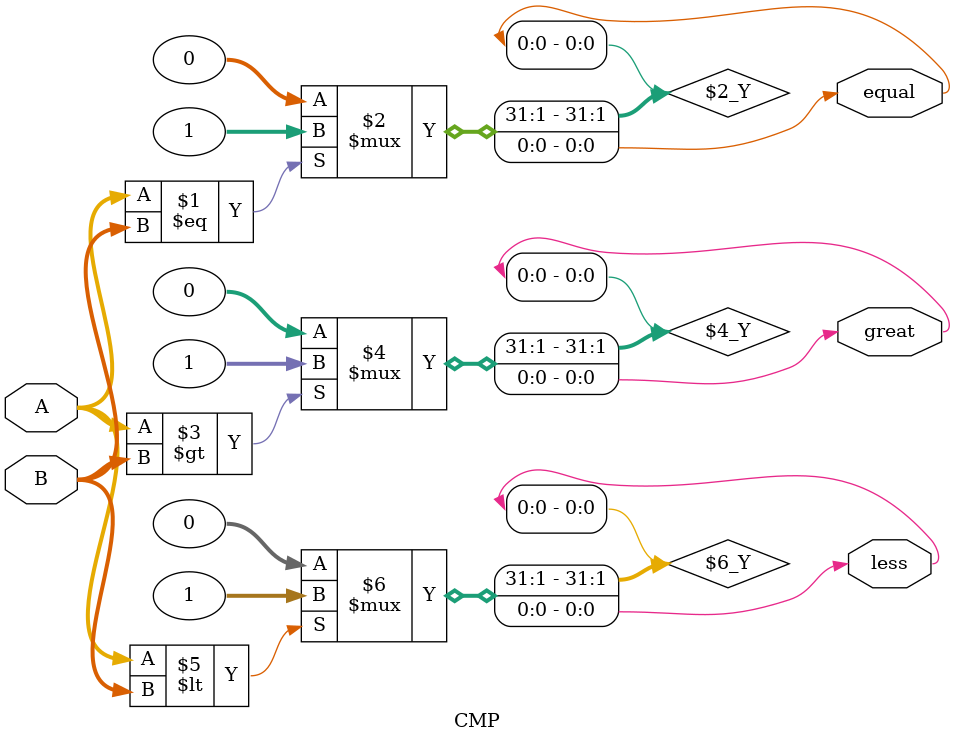
<source format=v>
`timescale 1ns / 1ps
module CMP(
    input signed [31:0] A,
    input signed [31:0] B,
    output equal,
    output great,
    output less
    );
	 
	 assign equal = (A == B) ? 1 : 0;
	 assign great = (A >  B) ? 1 : 0;
	 assign less  = (A <  B) ? 1 : 0;


endmodule

</source>
